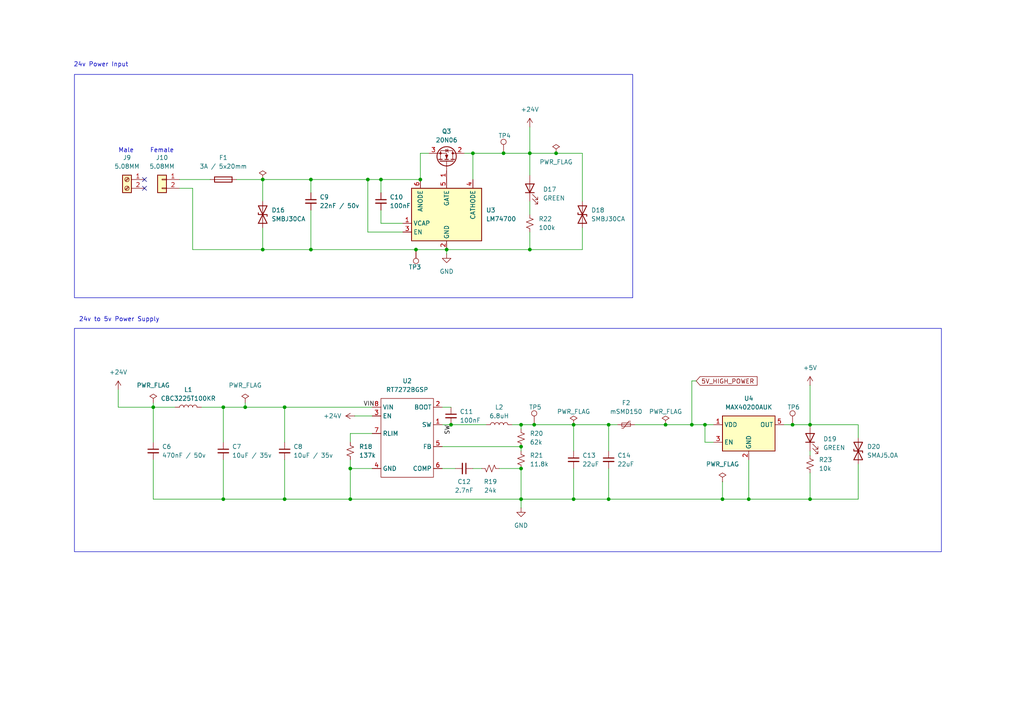
<source format=kicad_sch>
(kicad_sch (version 20250114) (generator "eeschema") (generator_version "9.0")
  (paper "A4")
  (title_block (title "https://github.com/hoeken/brineomatic") (date "2025-08-28") (rev "C"))
  (lib_symbols
    (symbol "Analog_Switch:MAX40200AUK"
      (property "Reference" "U" (at -6.35 6.35 0))
      (property "Value" "MAX40200AUK" (at 7.62 6.35 0))
      (symbol "MAX40200AUK_1_1"
        (rectangle (start -7.62 -5.08) (end 7.62 5.08) (stroke (width 0.254)) (fill (type background)))
        (pin power_in line (at -10.16 2.54 0) (length 2.54) (name "VDD") (number "1"))
        (pin input line (at -10.16 -2.54 0) (length 2.54) (name "EN") (number "3"))
        (pin power_in line (at 0 -7.62 90) (length 2.54) (name "GND") (number "2"))
        (pin no_connect line (at 7.62 -2.54 180) (length 2.54) (hide yes) (name "NC") (number "4"))
        (pin passive line (at 10.16 2.54 180) (length 2.54) (name "OUT") (number "5"))
      )
    )
    (symbol "Connector:Screw_Terminal_01x02" (pin_names (offset 1.016) (hide yes))
      (property "Reference" "J" (at 0 2.54 0))
      (property "Value" "Screw_Terminal_01x02" (at 0 -5.08 0))
      (symbol "Screw_Terminal_01x02_1_1"
        (rectangle (start -1.27 1.27) (end 1.27 -3.81) (stroke (width 0.254)) (fill (type background)))
        (polyline (pts (xy -0.5334 0.3302) (xy 0.3302 -0.508)) (stroke (width 0.1524)))
        (polyline (pts (xy -0.5334 -2.2098) (xy 0.3302 -3.048)) (stroke (width 0.1524)))
        (polyline (pts (xy -0.3556 0.508) (xy 0.508 -0.3302)) (stroke (width 0.1524)))
        (polyline (pts (xy -0.3556 -2.032) (xy 0.508 -2.8702)) (stroke (width 0.1524)))
        (circle (center 0 0) (radius 0.635) (stroke (width 0.1524)))
        (circle (center 0 -2.54) (radius 0.635) (stroke (width 0.1524)))
        (pin passive line (at -5.08 0 0) (length 3.81) (name "Pin_1") (number "1"))
        (pin passive line (at -5.08 -2.54 0) (length 3.81) (name "Pin_2") (number "2"))
      )
    )
    (symbol "Connector:TestPoint" (pin_numbers (hide yes)) (pin_names (offset 0.762) (hide yes))
      (property "Reference" "TP" (at 0 6.858 0))
      (property "Value" "TestPoint" (at 0 5.08 0))
      (symbol "TestPoint_0_1"
        (circle (center 0 3.302) (radius 0.762))
      )
      (symbol "TestPoint_1_1"
        (pin passive line (at 0 0 90) (length 2.54) (name "1") (number "1"))
      )
    )
    (symbol "Connector_Generic:Conn_01x02" (pin_names (offset 1.016) (hide yes))
      (property "Reference" "J" (at 0 2.54 0))
      (property "Value" "Conn_01x02" (at 0 -5.08 0))
      (symbol "Conn_01x02_1_1"
        (rectangle (start -1.27 1.27) (end 1.27 -3.81) (stroke (width 0.254)) (fill (type background)))
        (rectangle (start -1.27 0.127) (end 0 -0.127) (stroke (width 0.1524)))
        (rectangle (start -1.27 -2.413) (end 0 -2.667) (stroke (width 0.1524)))
        (pin passive line (at -5.08 0 0) (length 3.81) (name "Pin_1") (number "1"))
        (pin passive line (at -5.08 -2.54 0) (length 3.81) (name "Pin_2") (number "2"))
      )
    )
    (symbol "Device:C_Small" (pin_numbers (hide yes)) (pin_names (offset 0.254) (hide yes))
      (property "Reference" "C" (at 0.254 1.778 0))
      (property "Value" "C_Small" (at 0.254 -2.032 0))
      (symbol "C_Small_0_1"
        (polyline (pts (xy -1.524 0.508) (xy 1.524 0.508)) (stroke (width 0.3048)))
        (polyline (pts (xy -1.524 -0.508) (xy 1.524 -0.508)) (stroke (width 0.3302)))
      )
      (symbol "C_Small_1_1"
        (pin passive line (at 0 2.54 270) (length 2.032) (name "~") (number "1"))
        (pin passive line (at 0 -2.54 90) (length 2.032) (name "~") (number "2"))
      )
    )
    (symbol "Device:D_TVS" (pin_numbers (hide yes)) (pin_names (offset 1.016) (hide yes))
      (property "Reference" "D" (at 0 2.54 0))
      (property "Value" "D_TVS" (at 0 -2.54 0))
      (symbol "D_TVS_0_1"
        (polyline (pts (xy -2.54 1.27) (xy -2.54 -1.27) (xy 2.54 1.27) (xy 2.54 -1.27) (xy -2.54 1.27)) (stroke (width 0.254)))
        (polyline (pts (xy 0.508 1.27) (xy 0 1.27) (xy 0 -1.27) (xy -0.508 -1.27)) (stroke (width 0.254)))
        (polyline (pts (xy 1.27 0) (xy -1.27 0)))
      )
      (symbol "D_TVS_1_1"
        (pin passive line (at -3.81 0 0) (length 2.54) (name "A1") (number "1"))
        (pin passive line (at 3.81 0 180) (length 2.54) (name "A2") (number "2"))
      )
    )
    (symbol "Device:Fuse" (pin_numbers (hide yes)) (pin_names (offset 0))
      (property "Reference" "F" (at 2.032 0 90))
      (property "Value" "Fuse" (at -1.905 0 90))
      (symbol "Fuse_0_1"
        (rectangle (start -0.762 -2.54) (end 0.762 2.54) (stroke (width 0.254)))
        (polyline (pts (xy 0 2.54) (xy 0 -2.54)))
      )
      (symbol "Fuse_1_1"
        (pin passive line (at 0 3.81 270) (length 1.27) (name "~") (number "1"))
        (pin passive line (at 0 -3.81 90) (length 1.27) (name "~") (number "2"))
      )
    )
    (symbol "Device:L" (pin_numbers (hide yes)) (pin_names (offset 1.016) (hide yes))
      (property "Reference" "L" (at -1.27 0 90))
      (property "Value" "L" (at 1.905 0 90))
      (symbol "L_0_1"
        (arc (start 0 2.54) (mid 0.6323 1.905) (end 0 1.27))
        (arc (start 0 1.27) (mid 0.6323 0.635) (end 0 0))
        (arc (start 0 0) (mid 0.6323 -0.635) (end 0 -1.27))
        (arc (start 0 -1.27) (mid 0.6323 -1.905) (end 0 -2.54))
      )
      (symbol "L_1_1"
        (pin passive line (at 0 3.81 270) (length 1.27) (name "1") (number "1"))
        (pin passive line (at 0 -3.81 90) (length 1.27) (name "2") (number "2"))
      )
    )
    (symbol "Device:LED" (pin_numbers (hide yes)) (pin_names (offset 1.016) (hide yes))
      (property "Reference" "D" (at 0 2.54 0))
      (property "Value" "LED" (at 0 -2.54 0))
      (symbol "LED_0_1"
        (polyline (pts (xy -3.048 -0.762) (xy -4.572 -2.286) (xy -3.81 -2.286) (xy -4.572 -2.286) (xy -4.572 -1.524)))
        (polyline (pts (xy -1.778 -0.762) (xy -3.302 -2.286) (xy -2.54 -2.286) (xy -3.302 -2.286) (xy -3.302 -1.524)))
        (polyline (pts (xy -1.27 0) (xy 1.27 0)))
        (polyline (pts (xy -1.27 -1.27) (xy -1.27 1.27)) (stroke (width 0.254)))
        (polyline (pts (xy 1.27 -1.27) (xy 1.27 1.27) (xy -1.27 0) (xy 1.27 -1.27)) (stroke (width 0.254)))
      )
      (symbol "LED_1_1"
        (pin passive line (at -3.81 0 0) (length 2.54) (name "K") (number "1"))
        (pin passive line (at 3.81 0 180) (length 2.54) (name "A") (number "2"))
      )
    )
    (symbol "Device:Polyfuse_Small" (pin_numbers (hide yes)) (pin_names (offset 0))
      (property "Reference" "F" (at -1.905 0 90))
      (property "Value" "Polyfuse_Small" (at 1.905 0 90))
      (symbol "Polyfuse_Small_0_1"
        (polyline (pts (xy -1.016 1.27) (xy -1.016 0.762) (xy 1.016 -0.762) (xy 1.016 -1.27)))
        (rectangle (start -0.508 1.27) (end 0.508 -1.27))
        (polyline (pts (xy 0 2.54) (xy 0 -2.54)))
      )
      (symbol "Polyfuse_Small_1_1"
        (pin passive line (at 0 2.54 270) (length 0.635) (name "~") (number "1"))
        (pin passive line (at 0 -2.54 90) (length 0.635) (name "~") (number "2"))
      )
    )
    (symbol "Device:R_Small_US" (pin_numbers (hide yes)) (pin_names (offset 0.254) (hide yes))
      (property "Reference" "R" (at 0.762 0.508 0))
      (property "Value" "R_Small_US" (at 0.762 -1.016 0))
      (symbol "R_Small_US_1_1"
        (polyline (pts (xy 0 1.524) (xy 1.016 1.143) (xy 0 0.762) (xy -1.016 0.381) (xy 0 0)))
        (polyline (pts (xy 0 0) (xy 1.016 -0.381) (xy 0 -0.762) (xy -1.016 -1.143) (xy 0 -1.524)))
        (pin passive line (at 0 2.54 270) (length 1.016) (name "~") (number "1"))
        (pin passive line (at 0 -2.54 90) (length 1.016) (name "~") (number "2"))
      )
    )
    (symbol "Power_Management:LM74700"
      (property "Reference" "U" (at -9.525 -8.89 0))
      (property "Value" "LM74700" (at 7.62 -8.89 0))
      (symbol "LM74700_0_1"
        (rectangle (start -10.16 7.62) (end 10.16 -7.62) (stroke (width 0.254)) (fill (type background)))
      )
      (symbol "LM74700_1_1"
        (pin passive line (at -12.7 -2.54 0) (length 2.54) (name "VCAP") (number "1"))
        (pin input line (at -12.7 -5.08 0) (length 2.54) (name "EN") (number "3"))
        (pin power_in line (at -7.62 10.16 270) (length 2.54) (name "ANODE") (number "6"))
        (pin output line (at 0 10.16 270) (length 2.54) (name "GATE") (number "5"))
        (pin power_in line (at 0 -10.16 90) (length 2.54) (name "GND") (number "2"))
        (pin input line (at 7.62 10.16 270) (length 2.54) (name "CATHODE") (number "4"))
      )
    )
    (symbol "Transistor_FET:QM6006D" (pin_names (hide yes))
      (property "Reference" "Q" (at 5.08 1.905 0))
      (property "Value" "QM6006D" (at 5.08 0 0))
      (symbol "QM6006D_0_1"
        (polyline (pts (xy 0.254 1.905) (xy 0.254 -1.905)) (stroke (width 0.254)))
        (polyline (pts (xy 0.254 0) (xy -2.54 0)))
        (polyline (pts (xy 0.762 2.286) (xy 0.762 1.27)) (stroke (width 0.254)))
        (polyline (pts (xy 0.762 0.508) (xy 0.762 -0.508)) (stroke (width 0.254)))
        (polyline (pts (xy 0.762 -1.27) (xy 0.762 -2.286)) (stroke (width 0.254)))
        (polyline (pts (xy 0.762 -1.778) (xy 3.302 -1.778) (xy 3.302 1.778) (xy 0.762 1.778)))
        (polyline (pts (xy 1.016 0) (xy 2.032 0.381) (xy 2.032 -0.381) (xy 1.016 0)) (fill (type outline)))
        (circle (center 1.651 0) (radius 2.794) (stroke (width 0.254)))
        (polyline (pts (xy 2.54 2.54) (xy 2.54 1.778)))
        (circle (center 2.54 1.778) (radius 0.254) (fill (type outline)))
        (circle (center 2.54 -1.778) (radius 0.254) (fill (type outline)))
        (polyline (pts (xy 2.54 -2.54) (xy 2.54 0) (xy 0.762 0)))
        (polyline (pts (xy 2.794 0.508) (xy 2.921 0.381) (xy 3.683 0.381) (xy 3.81 0.254)))
        (polyline (pts (xy 3.302 0.381) (xy 2.921 -0.254) (xy 3.683 -0.254) (xy 3.302 0.381)))
      )
      (symbol "QM6006D_1_1"
        (pin input line (at -5.08 0 0) (length 2.54) (name "G") (number "1"))
        (pin passive line (at 2.54 5.08 270) (length 2.54) (name "D") (number "2"))
        (pin passive line (at 2.54 -5.08 90) (length 2.54) (name "S") (number "3"))
      )
    )
    (symbol "power:+24V" (power) (pin_numbers (hide yes)) (pin_names (offset 0) (hide yes))
      (property "Value" "+24V" (at 0 3.556 0))
      (symbol "+24V_0_1"
        (polyline (pts (xy -0.762 1.27) (xy 0 2.54)))
        (polyline (pts (xy 0 2.54) (xy 0.762 1.27)))
        (polyline (pts (xy 0 0) (xy 0 2.54)))
      )
      (symbol "+24V_1_1"
        (pin power_in line (at 0 0 90) (length 0) (name "~") (number "1"))
      )
    )
    (symbol "power:+5V" (power) (pin_numbers (hide yes)) (pin_names (offset 0) (hide yes))
      (property "Value" "+5V" (at 0 3.556 0))
      (symbol "+5V_0_1"
        (polyline (pts (xy -0.762 1.27) (xy 0 2.54)))
        (polyline (pts (xy 0 2.54) (xy 0.762 1.27)))
        (polyline (pts (xy 0 0) (xy 0 2.54)))
      )
      (symbol "+5V_1_1"
        (pin power_in line (at 0 0 90) (length 0) (name "~") (number "1"))
      )
    )
    (symbol "power:GND" (power) (pin_numbers (hide yes)) (pin_names (offset 0) (hide yes))
      (property "Value" "GND" (at 0 -3.81 0))
      (symbol "GND_0_1"
        (polyline (pts (xy 0 0) (xy 0 -1.27) (xy 1.27 -1.27) (xy 0 -2.54) (xy -1.27 -1.27) (xy 0 -1.27)))
      )
      (symbol "GND_1_1"
        (pin power_in line (at 0 0 270) (length 0) (name "~") (number "1"))
      )
    )
    (symbol "power:PWR_FLAG" (power) (pin_numbers (hide yes)) (pin_names (offset 0) (hide yes))
      (property "Value" "PWR_FLAG" (at 0 3.81 0))
      (symbol "PWR_FLAG_0_0"
        (pin power_out line (at 0 0 90) (length 0) (name "~") (number "1"))
      )
      (symbol "PWR_FLAG_0_1"
        (polyline (pts (xy 0 0) (xy 0 1.27) (xy -1.016 1.905) (xy 0 2.54) (xy 1.016 1.905) (xy 0 1.27)))
      )
    )
    (symbol "yarrboard:RT7272B"
      (property "Reference" "U" (at -7.112 13.97 0))
      (property "Value" "RT7272BGSP" (at -1.778 11.938 0))
      (symbol "RT7272B_0_1"
        (rectangle (start -7.62 10.16) (end 7.62 -12.7))
      )
      (symbol "RT7272B_1_1"
        (pin input line (at -10.16 7.62 0) (length 2.54) (name "VIN") (number "8"))
        (pin input line (at -10.16 5.08 0) (length 2.54) (name "EN") (number "3"))
        (pin input line (at -10.16 0 0) (length 2.54) (name "RLIM") (number "7"))
        (pin input line (at -10.16 -10.16 0) (length 2.54) (name "GND") (number "4"))
        (pin input line (at 10.16 7.62 180) (length 2.54) (name "BOOT") (number "2"))
        (pin power_out line (at 10.16 2.54 180) (length 2.54) (name "SW") (number "1"))
        (pin input line (at 10.16 -3.81 180) (length 2.54) (name "FB") (number "5"))
        (pin input line (at 10.16 -10.16 180) (length 2.54) (name "COMP") (number "6"))
      )
    )
  )
  (rectangle (start 21.59 21.59) (end 183.515 86.36))
  (rectangle (start 21.59 95.25) (end 273.05 160.02))
  (text "24v Power Input\n" (at 21.336 19.558 0) (effects (font (size 1.27 1.27)) (justify left bottom)))
  (text "Male" (at 36.576 44.45 0) (effects (font (size 1.27 1.27)) (justify bottom)))
  (text "24v to 5v Power Supply" (at 22.86 93.472 0) (effects (font (size 1.27 1.27)) (justify left bottom)))
  (text "Female" (at 46.99 44.45 0) (effects (font (size 1.27 1.27)) (justify bottom)))
  (junction (at 161.29 44.45))
  (junction (at 64.77 144.78))
  (junction (at 106.68 52.07))
  (junction (at 234.95 123.19))
  (junction (at 151.13 135.89))
  (junction (at 209.55 144.78))
  (junction (at 129.54 72.39))
  (junction (at 234.95 144.78))
  (junction (at 44.45 118.11))
  (junction (at 153.67 44.45))
  (junction (at 101.6 144.78))
  (junction (at 146.05 44.45))
  (junction (at 166.37 123.19))
  (junction (at 166.37 144.78))
  (junction (at 151.13 123.19))
  (junction (at 153.67 72.39))
  (junction (at 137.16 44.45))
  (junction (at 101.6 135.89))
  (junction (at 64.77 118.11))
  (junction (at 90.17 72.39))
  (junction (at 217.17 144.78))
  (junction (at 71.12 118.11))
  (junction (at 76.2 72.39))
  (junction (at 204.47 123.19))
  (junction (at 151.13 129.54))
  (junction (at 110.49 52.07))
  (junction (at 176.53 144.78))
  (junction (at 154.94 123.19))
  (junction (at 90.17 52.07))
  (junction (at 130.81 123.19))
  (junction (at 82.55 118.11))
  (junction (at 193.04 123.19))
  (junction (at 176.53 123.19))
  (junction (at 151.13 144.78))
  (junction (at 121.92 52.07))
  (junction (at 229.87 123.19))
  (junction (at 200.66 123.19))
  (junction (at 76.2 52.07))
  (junction (at 120.65 72.39))
  (junction (at 82.55 144.78))
  (no_connect (at 41.91 52.07))
  (no_connect (at 41.91 54.61))
  (wire (pts (xy 82.55 118.11) (xy 82.55 128.27)))
  (wire (pts (xy 90.17 72.39) (xy 120.65 72.39)))
  (wire (pts (xy 107.95 125.73) (xy 101.6 125.73)))
  (wire (pts (xy 200.66 110.49) (xy 200.66 123.19)))
  (wire (pts (xy 129.54 72.39) (xy 153.67 72.39)))
  (wire (pts (xy 107.95 135.89) (xy 101.6 135.89)))
  (wire (pts (xy 76.2 72.39) (xy 90.17 72.39)))
  (wire (pts (xy 166.37 123.19) (xy 176.53 123.19)))
  (wire (pts (xy 151.13 124.46) (xy 151.13 123.19)))
  (wire (pts (xy 55.88 54.61) (xy 52.07 54.61)))
  (wire (pts (xy 148.59 123.19) (xy 151.13 123.19)))
  (wire (pts (xy 90.17 52.07) (xy 106.68 52.07)))
  (wire (pts (xy 128.27 118.11) (xy 130.81 118.11)))
  (wire (pts (xy 34.29 118.11) (xy 34.29 113.03)))
  (wire (pts (xy 248.92 144.78) (xy 234.95 144.78)))
  (wire (pts (xy 151.13 144.78) (xy 151.13 147.32)))
  (wire (pts (xy 110.49 52.07) (xy 121.92 52.07)))
  (wire (pts (xy 176.53 135.89) (xy 176.53 144.78)))
  (wire (pts (xy 101.6 133.35) (xy 101.6 135.89)))
  (wire (pts (xy 200.66 123.19) (xy 204.47 123.19)))
  (wire (pts (xy 55.88 72.39) (xy 55.88 54.61)))
  (wire (pts (xy 110.49 60.96) (xy 110.49 64.77)))
  (wire (pts (xy 217.17 133.35) (xy 217.17 144.78)))
  (wire (pts (xy 176.53 123.19) (xy 179.07 123.19)))
  (wire (pts (xy 129.54 72.39) (xy 129.54 73.66)))
  (wire (pts (xy 76.2 66.04) (xy 76.2 72.39)))
  (wire (pts (xy 161.29 44.45) (xy 168.91 44.45)))
  (wire (pts (xy 234.95 130.81) (xy 234.95 132.08)))
  (wire (pts (xy 204.47 128.27) (xy 204.47 123.19)))
  (wire (pts (xy 52.07 52.07) (xy 60.96 52.07)))
  (wire (pts (xy 120.65 72.39) (xy 129.54 72.39)))
  (wire (pts (xy 64.77 133.35) (xy 64.77 144.78)))
  (wire (pts (xy 82.55 133.35) (xy 82.55 144.78)))
  (wire (pts (xy 71.12 116.84) (xy 71.12 118.11)))
  (wire (pts (xy 68.58 52.07) (xy 76.2 52.07)))
  (wire (pts (xy 101.6 125.73) (xy 101.6 128.27)))
  (wire (pts (xy 193.04 123.19) (xy 200.66 123.19)))
  (wire (pts (xy 161.29 44.45) (xy 153.67 44.45)))
  (wire (pts (xy 204.47 123.19) (xy 207.01 123.19)))
  (wire (pts (xy 168.91 72.39) (xy 168.91 66.04)))
  (wire (pts (xy 76.2 52.07) (xy 90.17 52.07)))
  (wire (pts (xy 234.95 123.19) (xy 248.92 123.19)))
  (wire (pts (xy 151.13 123.19) (xy 154.94 123.19)))
  (wire (pts (xy 102.87 120.65) (xy 107.95 120.65)))
  (wire (pts (xy 44.45 116.84) (xy 44.45 118.11)))
  (wire (pts (xy 64.77 144.78) (xy 82.55 144.78)))
  (wire (pts (xy 44.45 133.35) (xy 44.45 144.78)))
  (wire (pts (xy 101.6 135.89) (xy 101.6 144.78)))
  (wire (pts (xy 128.27 123.19) (xy 130.81 123.19)))
  (wire (pts (xy 58.42 118.11) (xy 64.77 118.11)))
  (wire (pts (xy 106.68 67.31) (xy 116.84 67.31)))
  (wire (pts (xy 82.55 118.11) (xy 107.95 118.11)))
  (wire (pts (xy 153.67 50.8) (xy 153.67 44.45)))
  (wire (pts (xy 234.95 111.76) (xy 234.95 123.19)))
  (wire (pts (xy 106.68 52.07) (xy 110.49 52.07)))
  (wire (pts (xy 137.16 135.89) (xy 139.7 135.89)))
  (wire (pts (xy 121.92 44.45) (xy 121.92 52.07)))
  (wire (pts (xy 44.45 118.11) (xy 50.8 118.11)))
  (wire (pts (xy 217.17 144.78) (xy 234.95 144.78)))
  (wire (pts (xy 166.37 123.19) (xy 166.37 130.81)))
  (wire (pts (xy 130.81 123.19) (xy 140.97 123.19)))
  (wire (pts (xy 153.67 36.83) (xy 153.67 44.45)))
  (wire (pts (xy 110.49 64.77) (xy 116.84 64.77)))
  (wire (pts (xy 207.01 128.27) (xy 204.47 128.27)))
  (wire (pts (xy 76.2 52.07) (xy 76.2 58.42)))
  (wire (pts (xy 101.6 144.78) (xy 151.13 144.78)))
  (wire (pts (xy 176.53 144.78) (xy 209.55 144.78)))
  (wire (pts (xy 128.27 135.89) (xy 132.08 135.89)))
  (wire (pts (xy 144.78 135.89) (xy 151.13 135.89)))
  (wire (pts (xy 71.12 118.11) (xy 82.55 118.11)))
  (wire (pts (xy 209.55 144.78) (xy 217.17 144.78)))
  (wire (pts (xy 128.27 129.54) (xy 151.13 129.54)))
  (wire (pts (xy 55.88 72.39) (xy 76.2 72.39)))
  (wire (pts (xy 82.55 144.78) (xy 101.6 144.78)))
  (wire (pts (xy 64.77 118.11) (xy 71.12 118.11)))
  (wire (pts (xy 168.91 44.45) (xy 168.91 58.42)))
  (wire (pts (xy 146.05 44.45) (xy 153.67 44.45)))
  (wire (pts (xy 90.17 60.96) (xy 90.17 72.39)))
  (wire (pts (xy 90.17 52.07) (xy 90.17 55.88)))
  (wire (pts (xy 153.67 67.31) (xy 153.67 72.39)))
  (wire (pts (xy 137.16 44.45) (xy 137.16 52.07)))
  (wire (pts (xy 166.37 135.89) (xy 166.37 144.78)))
  (wire (pts (xy 184.15 123.19) (xy 193.04 123.19)))
  (wire (pts (xy 201.93 110.49) (xy 200.66 110.49)))
  (wire (pts (xy 229.87 123.19) (xy 234.95 123.19)))
  (wire (pts (xy 151.13 130.81) (xy 151.13 129.54)))
  (wire (pts (xy 44.45 128.27) (xy 44.45 118.11)))
  (wire (pts (xy 121.92 44.45) (xy 124.46 44.45)))
  (wire (pts (xy 154.94 123.19) (xy 166.37 123.19)))
  (wire (pts (xy 166.37 144.78) (xy 176.53 144.78)))
  (wire (pts (xy 134.62 44.45) (xy 137.16 44.45)))
  (wire (pts (xy 176.53 123.19) (xy 176.53 130.81)))
  (wire (pts (xy 209.55 144.78) (xy 209.55 139.7)))
  (wire (pts (xy 44.45 144.78) (xy 64.77 144.78)))
  (wire (pts (xy 106.68 67.31) (xy 106.68 52.07)))
  (wire (pts (xy 234.95 137.16) (xy 234.95 144.78)))
  (wire (pts (xy 153.67 58.42) (xy 153.67 62.23)))
  (wire (pts (xy 153.67 72.39) (xy 168.91 72.39)))
  (wire (pts (xy 151.13 144.78) (xy 166.37 144.78)))
  (wire (pts (xy 110.49 55.88) (xy 110.49 52.07)))
  (wire (pts (xy 34.29 118.11) (xy 44.45 118.11)))
  (wire (pts (xy 137.16 44.45) (xy 146.05 44.45)))
  (wire (pts (xy 227.33 123.19) (xy 229.87 123.19)))
  (wire (pts (xy 248.92 123.19) (xy 248.92 127)))
  (wire (pts (xy 64.77 118.11) (xy 64.77 128.27)))
  (wire (pts (xy 248.92 134.62) (xy 248.92 144.78)))
  (wire (pts (xy 151.13 135.89) (xy 151.13 144.78)))
  (label "SW" (at 130.81 123.19 270))
  (label "VIN" (at 105.41 118.11 0))
  (global_label "5V_HIGH_POWER" (shape input) (at 201.93 110.49 0) (property "Intersheetrefs" "${INTERSHEET_REFS}" (effects (hide yes))))
  (symbol (lib_id "power:GND") (at 129.54 73.66 0) (unit 1)
    (property "Reference" "#PWR027" (effects (hide yes)))
    (property "Value" "GND" (at 129.54 78.74 0))
    (property "Description" "Power symbol creates a global label with name \"GND\" , ground" (effects (hide yes)))
  )
  (symbol (lib_id "power:GND") (at 151.13 147.32 0) (unit 1)
    (property "Reference" "#PWR028" (effects (hide yes)))
    (property "Value" "GND" (at 151.13 152.4 0))
    (property "Description" "Power symbol creates a global label with name \"GND\" , ground" (effects (hide yes)))
  )
  (symbol (lib_id "Device:R_Small_US") (at 151.13 127 0) (unit 1)
    (property "Reference" "R20" (at 153.67 125.7299 0) (effects (justify left)))
    (property "Value" "62k" (at 153.67 128.2699 0) (effects (justify left)))
    (property "Footprint" "Resistor_SMD:R_0603_1608Metric" (effects (hide yes)))
    (property "Description" "Resistor, small US symbol" (effects (hide yes)))
  )
  (symbol (lib_id "power:PWR_FLAG") (at 44.45 116.84 0) (unit 1)
    (property "Reference" "#FLG01" (effects (hide yes)))
    (property "Value" "PWR_FLAG" (at 44.45 111.76 0))
    (property "Description" "Special symbol for telling ERC where power comes from" (effects (hide yes)))
  )
  (symbol (lib_id "Device:C_Small") (at 166.37 133.35 0) (unit 1)
    (property "Reference" "C13" (at 168.91 132.0863 0) (effects (justify left)))
    (property "Value" "22uF" (at 168.91 134.6263 0) (effects (justify left)))
    (property "Footprint" "Capacitor_SMD:C_1206_3216Metric" (effects (hide yes)))
  )
  (symbol (lib_id "Connector:TestPoint") (at 146.05 44.45 0) (unit 1) (in_bom no)
    (property "Reference" "TP4" (at 144.526 39.37 0) (effects (justify left)))
    (property "Footprint" "TestPoint:TestPoint_THTPad_D1.5mm_Drill0.7mm" (effects (hide yes)))
    (property "Description" "test point" (effects (hide yes)))
  )
  (symbol (lib_id "Connector:TestPoint") (at 229.87 123.19 0) (unit 1) (in_bom no)
    (property "Reference" "TP6" (at 228.346 118.11 0) (effects (justify left)))
    (property "Footprint" "TestPoint:TestPoint_THTPad_D1.5mm_Drill0.7mm" (effects (hide yes)))
    (property "Description" "test point" (effects (hide yes)))
  )
  (symbol (lib_id "Device:LED") (at 153.67 54.61 90) (unit 1)
    (property "Reference" "D17" (at 157.48 54.9274 90) (effects (justify right)))
    (property "Value" "GREEN" (at 157.48 57.4674 90) (effects (justify right)))
    (property "Footprint" "LED_SMD:LED_0603_1608Metric" (effects (hide yes)))
    (property "Description" "Light emitting diode" (effects (hide yes)))
    (property "Sim.Pins" "1=K 2=A" (effects (hide yes)))
  )
  (symbol (lib_id "power:+5V") (at 234.95 111.76 0) (unit 1)
    (property "Reference" "#PWR030" (effects (hide yes)))
    (property "Value" "+5V" (at 234.95 106.68 0))
    (property "Description" "Power symbol creates a global label with name \"+5V\"" (effects (hide yes)))
  )
  (symbol (lib_id "power:PWR_FLAG") (at 209.55 139.7 0) (unit 1)
    (property "Reference" "#FLG07" (effects (hide yes)))
    (property "Value" "PWR_FLAG" (at 209.55 134.62 0))
    (property "Description" "Special symbol for telling ERC where power comes from" (effects (hide yes)))
  )
  (symbol (lib_id "Power_Management:LM74700") (at 129.54 62.23 0) (unit 1)
    (property "Reference" "U3" (at 140.97 60.9599 0) (effects (justify left)))
    (property "Value" "LM74700" (at 140.97 63.4999 0) (effects (justify left)))
    (property "Footprint" "Package_TO_SOT_SMD:SOT-23-6" (effects (hide yes)))
    (property "Datasheet" "http://www.ti.com/lit/gpn/LM74700-Q1" (effects (hide yes)))
    (property "Description" "Low Iq reverse battery protection ideal diode controller, SOT-23-6" (effects (hide yes)))
    (property "LCSC" "C2941042" (effects (hide yes)))
    (property "Rotation Offset" "90" (effects (hide yes)))
  )
  (symbol (lib_id "Analog_Switch:MAX40200AUK") (at 217.17 125.73 0) (unit 1)
    (property "Reference" "U4" (at 217.17 115.57 0))
    (property "Value" "MAX40200AUK" (at 217.17 118.11 0))
    (property "Footprint" "Package_TO_SOT_SMD:SOT-23-5" (effects (hide yes)))
    (property "Datasheet" "https://datasheets.maximintegrated.com/en/ds/MAX40200.pdf" (effects (hide yes)))
    (property "Description" "Ideal Diode, Ultra-Low Voltage Drop, 1.5-5.5V, 1A, SOT-23-5" (effects (hide yes)))
    (property "LCSC" "C2649430" (effects (hide yes)))
    (property "Rotation Offset" "90" (effects (hide yes)))
  )
  (symbol (lib_id "Device:C_Small") (at 130.81 120.65 0) (unit 1)
    (property "Reference" "C11" (at 133.35 119.3863 0) (effects (justify left)))
    (property "Value" "100nF" (at 133.35 121.9263 0) (effects (justify left)))
    (property "Footprint" "Capacitor_SMD:C_0603_1608Metric" (effects (hide yes)))
  )
  (symbol (lib_id "Device:D_TVS") (at 168.91 62.23 90) (unit 1)
    (property "Reference" "D18" (at 171.45 60.96 90) (effects (justify right)))
    (property "Value" "SMBJ30CA" (at 171.45 63.5 90) (effects (justify right)))
    (property "Footprint" "Diode_SMD:D_SMB" (effects (hide yes)))
    (property "LCSC" "C113999" (effects (hide yes)))
  )
  (symbol (lib_id "power:PWR_FLAG") (at 71.12 116.84 0) (unit 1)
    (property "Reference" "#FLG02" (effects (hide yes)))
    (property "Value" "PWR_FLAG" (at 71.12 111.76 0))
    (property "Description" "Special symbol for telling ERC where power comes from" (effects (hide yes)))
  )
  (symbol (lib_id "Device:Fuse") (at 64.77 52.07 90) (unit 1)
    (property "Reference" "F1" (at 64.77 45.72 90))
    (property "Value" "3A / 5x20mm" (at 64.77 48.26 90))
    (property "Footprint" "yarrboard:Fuseholder_Cylinder-5x20mm_LittelFuse_646" (effects (hide yes)))
    (property "Description" "Fuse" (effects (hide yes)))
    (property "LCSC" "C206887" (effects (hide yes)))
  )
  (symbol (lib_id "Device:Polyfuse_Small") (at 181.61 123.19 270) (unit 1)
    (property "Reference" "F2" (at 181.61 116.84 90))
    (property "Value" "mSMD150" (at 181.61 119.38 90))
    (property "Footprint" "yarrboard:Fuse_1812_4532Metric" (effects (hide yes)))
    (property "LCSC" "C70121" (effects (hide yes)))
  )
  (symbol (lib_id "power:+24V") (at 102.87 120.65 90) (unit 1)
    (property "Reference" "#PWR071" (effects (hide yes)))
    (property "Value" "+24V" (at 99.06 120.6499 90) (effects (justify left)))
    (property "Description" "Power symbol creates a global label with name \"+24V\"" (effects (hide yes)))
  )
  (symbol (lib_id "power:PWR_FLAG") (at 166.37 123.19 0) (unit 1)
    (property "Reference" "#FLG05" (effects (hide yes)))
    (property "Value" "PWR_FLAG" (at 166.37 119.38 0))
    (property "Description" "Special symbol for telling ERC where power comes from" (effects (hide yes)))
  )
  (symbol (lib_id "Transistor_FET:QM6006D") (at 129.54 46.99 270) (mirror x) (unit 1)
    (property "Reference" "Q3" (at 129.54 38.1 90))
    (property "Value" "20N06" (at 129.54 40.64 90))
    (property "Footprint" "Package_TO_SOT_SMD:TO-252-2" (effects (hide yes)))
    (property "LCSC" "C36499181" (effects (hide yes)))
    (property "Rotation Offset" "180" (effects (hide yes)))
    (property "Position Offset" "-1.778,0.0" (effects (hide yes)))
  )
  (symbol (lib_id "Device:C_Small") (at 82.55 130.81 0) (unit 1)
    (property "Reference" "C8" (at 85.09 129.5463 0) (effects (justify left)))
    (property "Value" "10uF / 35v" (at 85.09 132.0863 0) (effects (justify left)))
    (property "Footprint" "Capacitor_SMD:C_1210_3225Metric" (effects (hide yes)))
  )
  (symbol (lib_id "power:+24V") (at 153.67 36.83 0) (unit 1)
    (property "Reference" "#PWR029" (effects (hide yes)))
    (property "Value" "+24V" (at 153.67 31.75 0))
    (property "Description" "Power symbol creates a global label with name \"+24V\"" (effects (hide yes)))
  )
  (symbol (lib_id "Device:C_Small") (at 90.17 58.42 0) (unit 1)
    (property "Reference" "C9" (at 92.71 57.1563 0) (effects (justify left)))
    (property "Value" "22nF / 50v" (at 92.71 59.6963 0) (effects (justify left)))
    (property "Footprint" "Capacitor_SMD:C_0603_1608Metric" (effects (hide yes)))
  )
  (symbol (lib_id "power:PWR_FLAG") (at 161.29 44.45 0) (unit 1)
    (property "Reference" "#FLG04" (effects (hide yes)))
    (property "Value" "PWR_FLAG" (at 161.29 46.99 0))
    (property "Description" "Special symbol for telling ERC where power comes from" (effects (hide yes)))
  )
  (symbol (lib_id "Device:D_TVS") (at 76.2 62.23 90) (unit 1)
    (property "Reference" "D16" (at 78.74 60.96 90) (effects (justify right)))
    (property "Value" "SMBJ30CA" (at 78.74 63.5 90) (effects (justify right)))
    (property "Footprint" "Diode_SMD:D_SMB" (effects (hide yes)))
    (property "LCSC" "C113999" (effects (hide yes)))
  )
  (symbol (lib_id "Device:C_Small") (at 110.49 58.42 0) (unit 1)
    (property "Reference" "C10" (at 113.03 57.1563 0) (effects (justify left)))
    (property "Value" "100nF" (at 113.03 59.6963 0) (effects (justify left)))
    (property "Footprint" "Capacitor_SMD:C_0603_1608Metric" (effects (hide yes)))
  )
  (symbol (lib_id "Connector:TestPoint") (at 154.94 123.19 0) (unit 1) (in_bom no)
    (property "Reference" "TP5" (at 153.416 118.11 0) (effects (justify left)))
    (property "Footprint" "TestPoint:TestPoint_THTPad_D1.5mm_Drill0.7mm" (effects (hide yes)))
    (property "Description" "test point" (effects (hide yes)))
  )
  (symbol (lib_id "Connector_Generic:Conn_01x02") (at 46.99 52.07 0) (mirror y) (unit 1)
    (property "Reference" "J10" (at 46.99 45.72 0))
    (property "Value" "5.08MM" (at 46.99 48.26 0))
    (property "Footprint" "yarrboard:PhoenixContact_MSTBA_2,5_2-G-5,08_1x02_P5.08mm_Horizontal" (effects (hide yes)))
    (property "Description" "Generic connector, single row, 01x02, script generated (kicad-library-utils/schlib/autogen/connector/)" (effects (hide yes)))
    (property "LCSC" "C3697" (effects (hide yes)))
  )
  (symbol (lib_id "Device:C_Small") (at 176.53 133.35 0) (unit 1)
    (property "Reference" "C14" (at 179.07 132.0863 0) (effects (justify left)))
    (property "Value" "22uF" (at 179.07 134.6263 0) (effects (justify left)))
    (property "Footprint" "Capacitor_SMD:C_1206_3216Metric" (effects (hide yes)))
  )
  (symbol (lib_id "Device:R_Small_US") (at 142.24 135.89 90) (mirror x) (unit 1)
    (property "Reference" "R19" (at 142.2464 139.7 90))
    (property "Value" "24k" (at 142.24 142.24 90))
    (property "Footprint" "Resistor_SMD:R_0603_1608Metric" (effects (hide yes)))
    (property "Description" "Resistor, small US symbol" (effects (hide yes)))
  )
  (symbol (lib_id "Device:L") (at 144.78 123.19 90) (unit 1)
    (property "Reference" "L2" (at 144.78 118.11 90))
    (property "Value" "6.8uH" (at 144.78 120.65 90))
    (property "Footprint" "Inductor_SMD:L_Chilisin_BMRA00050530" (effects (hide yes)))
    (property "LCSC" "C177249" (effects (hide yes)))
    (property "PN" "SMMS0530-6R8M" (effects (hide yes)))
  )
  (symbol (lib_id "power:PWR_FLAG") (at 193.04 123.19 0) (unit 1)
    (property "Reference" "#FLG06" (effects (hide yes)))
    (property "Value" "PWR_FLAG" (at 193.04 119.38 0))
    (property "Description" "Special symbol for telling ERC where power comes from" (effects (hide yes)))
  )
  (symbol (lib_id "Device:C_Small") (at 134.62 135.89 270) (mirror x) (unit 1)
    (property "Reference" "C12" (at 134.62 139.7 90))
    (property "Value" "2.7nF" (at 134.6136 142.24 90))
    (property "Footprint" "Capacitor_SMD:C_0603_1608Metric" (effects (hide yes)))
  )
  (symbol (lib_id "Connector:TestPoint") (at 120.65 72.39 180) (unit 1) (in_bom no)
    (property "Reference" "TP3" (at 122.174 77.47 0) (effects (justify left)))
    (property "Footprint" "TestPoint:TestPoint_THTPad_D1.5mm_Drill0.7mm" (effects (hide yes)))
    (property "Description" "test point" (effects (hide yes)))
  )
  (symbol (lib_id "power:+24V") (at 34.29 113.03 0) (unit 1)
    (property "Reference" "#PWR026" (effects (hide yes)))
    (property "Value" "+24V" (at 34.29 107.95 0))
    (property "Description" "Power symbol creates a global label with name \"+24V\"" (effects (hide yes)))
  )
  (symbol (lib_id "Device:R_Small_US") (at 234.95 134.62 0) (unit 1)
    (property "Reference" "R23" (at 237.49 133.3499 0) (effects (justify left)))
    (property "Value" "10k" (at 237.49 135.8899 0) (effects (justify left)))
    (property "Footprint" "Resistor_SMD:R_0603_1608Metric" (effects (hide yes)))
    (property "Description" "Resistor, small US symbol" (effects (hide yes)))
  )
  (symbol (lib_id "Connector:Screw_Terminal_01x02") (at 36.83 52.07 0) (mirror y) (unit 1) (on_board no)
    (property "Reference" "J9" (at 36.83 45.72 0))
    (property "Value" "5.08MM" (at 36.83 48.26 0))
    (property "Description" "Generic screw terminal, single row, 01x02, script generated (kicad-library-utils/schlib/autogen/connector/)" (effects (hide yes)))
    (property "LCSC" "C71370" (effects (hide yes)))
  )
  (symbol (lib_id "Device:R_Small_US") (at 153.67 64.77 0) (unit 1)
    (property "Reference" "R22" (at 156.21 63.4999 0) (effects (justify left)))
    (property "Value" "100k" (at 156.21 66.0399 0) (effects (justify left)))
    (property "Footprint" "Resistor_SMD:R_0603_1608Metric" (effects (hide yes)))
    (property "Description" "Resistor, small US symbol" (effects (hide yes)))
  )
  (symbol (lib_id "Device:LED") (at 234.95 127 90) (unit 1)
    (property "Reference" "D19" (at 238.76 127.3174 90) (effects (justify right)))
    (property "Value" "GREEN" (at 238.76 129.8574 90) (effects (justify right)))
    (property "Footprint" "LED_SMD:LED_0603_1608Metric" (effects (hide yes)))
    (property "Description" "Light emitting diode" (effects (hide yes)))
    (property "Sim.Pins" "1=K 2=A" (effects (hide yes)))
  )
  (symbol (lib_id "Device:C_Small") (at 64.77 130.81 0) (unit 1)
    (property "Reference" "C7" (at 67.31 129.5463 0) (effects (justify left)))
    (property "Value" "10uF / 35v" (at 67.31 132.0863 0) (effects (justify left)))
    (property "Footprint" "Capacitor_SMD:C_1210_3225Metric" (effects (hide yes)))
  )
  (symbol (lib_id "Device:L") (at 54.61 118.11 90) (unit 1)
    (property "Reference" "L1" (at 54.61 113.03 90))
    (property "Value" "CBC3225T100KR" (at 54.61 115.57 90))
    (property "Footprint" "Inductor_SMD:L_1210_3225Metric" (effects (hide yes)))
    (property "LCSC" "C90321" (effects (hide yes)))
  )
  (symbol (lib_id "power:PWR_FLAG") (at 76.2 52.07 0) (unit 1)
    (property "Reference" "#FLG03" (effects (hide yes)))
    (property "Value" "PWR_FLAG" (effects (hide yes)))
    (property "Description" "Special symbol for telling ERC where power comes from" (effects (hide yes)))
  )
  (symbol (lib_id "Device:C_Small") (at 44.45 130.81 0) (unit 1)
    (property "Reference" "C6" (at 46.99 129.5463 0) (effects (justify left)))
    (property "Value" "470nF / 50v" (at 46.99 132.0863 0) (effects (justify left)))
    (property "Footprint" "Capacitor_SMD:C_0603_1608Metric" (effects (hide yes)))
  )
  (symbol (lib_id "Device:R_Small_US") (at 151.13 133.35 0) (unit 1)
    (property "Reference" "R21" (at 153.67 132.0799 0) (effects (justify left)))
    (property "Value" "11.8k" (at 153.67 134.6199 0) (effects (justify left)))
    (property "Footprint" "Resistor_SMD:R_0603_1608Metric" (effects (hide yes)))
    (property "Description" "Resistor, small US symbol" (effects (hide yes)))
  )
  (symbol (lib_id "yarrboard:RT7272B") (at 118.11 125.73 0) (unit 1)
    (property "Reference" "U2" (at 118.11 110.49 0))
    (property "Value" "RT7272BGSP" (at 118.11 113.03 0))
    (property "Footprint" "yarrboard:SOIC-8_L5.0-W4.0-P1.27-LS6.0-BL-EP2.0" (effects (hide yes)))
    (property "Datasheet" "https://www.lcsc.com/datasheet/C127866.pdf" (effects (hide yes)))
    (property "Description" "3A, 36V, 500kHz Synchronous Step-Down Converter" (effects (hide yes)))
    (property "LCSC" "C127866" (effects (hide yes)))
  )
  (symbol (lib_id "Device:D_TVS") (at 248.92 130.81 90) (unit 1)
    (property "Reference" "D20" (at 251.46 129.54 90) (effects (justify right)))
    (property "Value" "SMAJ5.0A" (at 251.46 132.08 90) (effects (justify right)))
    (property "Footprint" "Diode_SMD:D_SMA" (effects (hide yes)))
    (property "LCSC" "C87074" (effects (hide yes)))
  )
  (symbol (lib_id "Device:R_Small_US") (at 101.6 130.81 0) (unit 1)
    (property "Reference" "R18" (at 104.14 129.5399 0) (effects (justify left)))
    (property "Value" "137k" (at 104.14 132.0799 0) (effects (justify left)))
    (property "Footprint" "Resistor_SMD:R_0603_1608Metric" (effects (hide yes)))
    (property "Description" "Resistor, small US symbol" (effects (hide yes)))
  )
)
</source>
